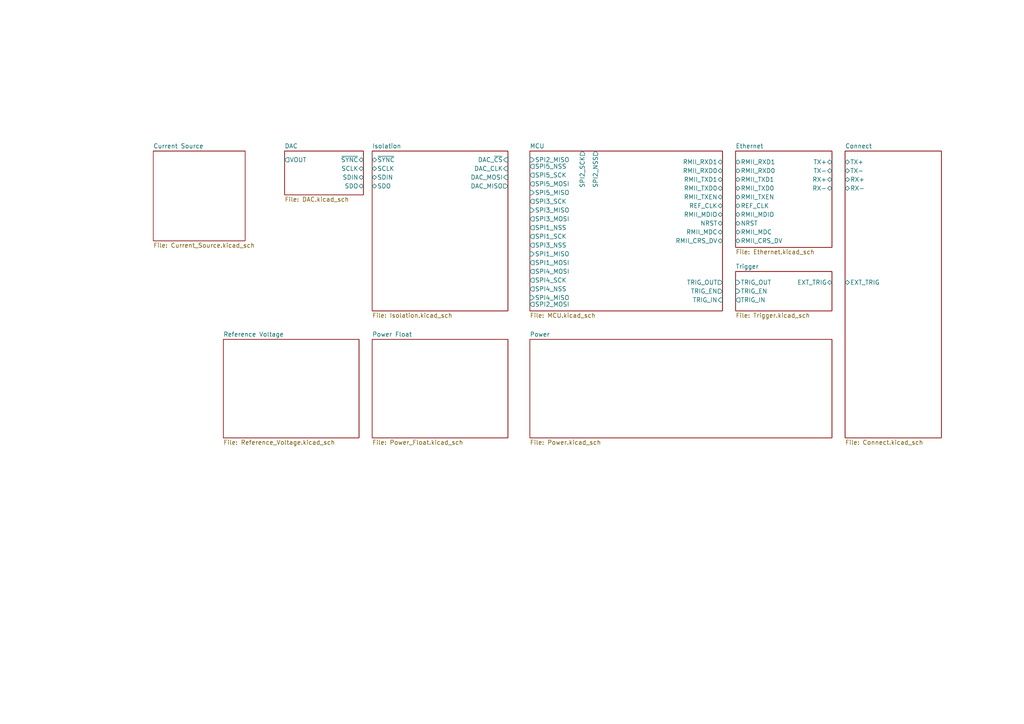
<source format=kicad_sch>
(kicad_sch (version 20230121) (generator eeschema)
  (paper "A4")
  (lib_symbols)
  (sheet (at 213.36 78.74) (size 27.94 11.43) (stroke (width 0.1524))
    (property "Sheetname" "Trigger" (at 213.36 78.0284 0) (effects (justify left bottom)))
    (property "Sheetfile" "Trigger.kicad_sch" (at 213.36 90.7546 0) (effects (justify left top)))
    (pin "TRIG_OUT" input (at 213.36 81.915 180))
    (pin "TRIG_EN" input (at 213.36 84.455 180))
    (pin "TRIG_IN" output (at 213.36 86.995 180))
    (pin "EXT_TRIG" bidirectional (at 241.3 81.915 0))
  )
  (sheet (at 107.95 43.815) (size 39.37 46.355) (stroke (width 0.1524))
    (property "Sheetname" "Isolation" (at 107.95 43.1034 0) (effects (justify left bottom)))
    (property "Sheetfile" "Isolation.kicad_sch" (at 107.95 90.7546 0) (effects (justify left top)))
    (pin "DAC_~{CS}" input (at 147.32 46.355 0))
    (pin "DAC_CLK" input (at 147.32 48.895 0))
    (pin "DAC_MOSI" input (at 147.32 51.435 0))
    (pin "DAC_MISO" output (at 147.32 53.975 0))
    (pin "SCLK" bidirectional (at 107.95 48.895 180))
    (pin "SDIN" bidirectional (at 107.95 51.435 180))
    (pin "SDO" bidirectional (at 107.95 53.975 180))
    (pin "~{SYNC}" bidirectional (at 107.95 46.355 180))
  )
  (sheet (at 44.45 43.815) (size 26.67 26.035) (stroke (width 0.1524))
    (property "Sheetname" "Current Source" (at 44.45 43.1034 0) (effects (justify left bottom)))
    (property "Sheetfile" "Current_Source.kicad_sch" (at 44.45 70.4346 0) (effects (justify left top)))
  )
  (sheet (at 153.67 98.425) (size 87.63 28.575) (stroke (width 0.1524))
    (property "Sheetname" "Power" (at 153.67 97.7134 0) (effects (justify left bottom)))
    (property "Sheetfile" "Power.kicad_sch" (at 153.67 127.5846 0) (effects (justify left top)))
  )
  (sheet (at 64.77 98.425) (size 39.37 28.575) (stroke (width 0.1524))
    (property "Sheetname" "Reference Voltage" (at 64.77 97.7134 0) (effects (justify left bottom)))
    (property "Sheetfile" "Reference_Voltage.kicad_sch" (at 64.77 127.5846 0) (effects (justify left top)))
  )
  (sheet (at 245.11 43.815) (size 27.94 83.185) (stroke (width 0.1524))
    (property "Sheetname" "Connect" (at 245.11 43.1034 0) (effects (justify left bottom)))
    (property "Sheetfile" "Connect.kicad_sch" (at 245.11 127.5846 0) (effects (justify left top)))
    (pin "RX+" bidirectional (at 245.11 52.07 180))
    (pin "TX+" bidirectional (at 245.11 46.99 180))
    (pin "TX-" bidirectional (at 245.11 49.53 180))
    (pin "RX-" bidirectional (at 245.11 54.61 180))
    (pin "EXT_TRIG" bidirectional (at 245.11 81.915 180))
  )
  (sheet (at 107.95 98.425) (size 39.37 28.575) (stroke (width 0.1524))
    (property "Sheetname" "Power Float" (at 107.95 97.7134 0) (effects (justify left bottom)))
    (property "Sheetfile" "Power_Float.kicad_sch" (at 107.95 127.5846 0) (effects (justify left top)))
  )
  (sheet (at 153.67 43.815) (size 55.88 46.355) (stroke (width 0.1524))
    (property "Sheetname" "MCU" (at 153.67 43.1034 0) (effects (justify left bottom)))
    (property "Sheetfile" "MCU.kicad_sch" (at 153.67 90.7546 0) (effects (justify left top)))
    (pin "RMII_MDIO" bidirectional (at 209.55 62.23 0))
    (pin "REF_CLK" bidirectional (at 209.55 59.69 0))
    (pin "SPI5_NSS" output (at 153.67 48.26 180))
    (pin "SPI5_SCK" output (at 153.67 50.8 180))
    (pin "SPI5_MOSI" output (at 153.67 53.34 180))
    (pin "SPI5_MISO" input (at 153.67 55.88 180))
    (pin "SPI3_SCK" output (at 153.67 58.42 180))
    (pin "SPI3_MISO" input (at 153.67 60.96 180))
    (pin "SPI3_MOSI" output (at 153.67 63.5 180))
    (pin "RMII_MDC" bidirectional (at 209.55 67.31 0))
    (pin "SPI1_NSS" output (at 153.67 66.04 180))
    (pin "SPI1_SCK" output (at 153.67 68.58 180))
    (pin "RMII_RXD0" bidirectional (at 209.55 49.53 0))
    (pin "RMII_RXD1" bidirectional (at 209.55 46.99 0))
    (pin "SPI3_NSS" output (at 153.67 71.12 180))
    (pin "RMII_CRS_DV" bidirectional (at 209.55 69.85 0))
    (pin "SPI1_MISO" input (at 153.67 73.66 180))
    (pin "SPI1_MOSI" output (at 153.67 76.2 180))
    (pin "TRIG_EN" output (at 209.55 84.455 0))
    (pin "TRIG_OUT" output (at 209.55 81.915 0))
    (pin "SPI4_MOSI" output (at 153.67 78.74 180))
    (pin "TRIG_IN" input (at 209.55 86.995 0))
    (pin "SPI4_SCK" output (at 153.67 81.28 180))
    (pin "SPI4_NSS" output (at 153.67 83.82 180))
    (pin "SPI4_MISO" input (at 153.67 86.36 180))
    (pin "RMII_TXD0" bidirectional (at 209.55 54.61 0))
    (pin "RMII_TXD1" bidirectional (at 209.55 52.07 0))
    (pin "RMII_TXEN" bidirectional (at 209.55 57.15 0))
    (pin "SPI2_MOSI" output (at 153.67 88.265 180))
    (pin "SPI2_MISO" input (at 153.67 46.355 180))
    (pin "SPI2_SCK" output (at 168.91 43.815 90))
    (pin "SPI2_NSS" output (at 172.72 43.815 90))
    (pin "NRST" bidirectional (at 209.55 64.77 0))
  )
  (sheet (at 213.36 43.815) (size 27.94 27.94) (stroke (width 0.1524))
    (property "Sheetname" "Ethernet" (at 213.36 43.1034 0) (effects (justify left bottom)))
    (property "Sheetfile" "Ethernet.kicad_sch" (at 213.36 72.3396 0) (effects (justify left top)))
    (pin "RMII_RXD1" bidirectional (at 213.36 46.99 180))
    (pin "RMII_RXD0" bidirectional (at 213.36 49.53 180))
    (pin "RMII_TXD1" bidirectional (at 213.36 52.07 180))
    (pin "RMII_TXD0" bidirectional (at 213.36 54.61 180))
    (pin "RMII_TXEN" bidirectional (at 213.36 57.15 180))
    (pin "REF_CLK" bidirectional (at 213.36 59.69 180))
    (pin "RMII_MDIO" bidirectional (at 213.36 62.23 180))
    (pin "NRST" bidirectional (at 213.36 64.77 180))
    (pin "RMII_MDC" bidirectional (at 213.36 67.31 180))
    (pin "RMII_CRS_DV" bidirectional (at 213.36 69.85 180))
    (pin "TX+" bidirectional (at 241.3 46.99 0))
    (pin "TX-" bidirectional (at 241.3 49.53 0))
    (pin "RX+" bidirectional (at 241.3 52.07 0))
    (pin "RX-" bidirectional (at 241.3 54.61 0))
  )
  (sheet (at 82.55 43.815) (size 22.86 12.7) (stroke (width 0.1524))
    (property "Sheetname" "DAC" (at 82.55 43.1034 0) (effects (justify left bottom)))
    (property "Sheetfile" "DAC.kicad_sch" (at 82.55 57.0996 0) (effects (justify left top)))
    (pin "VOUT" output (at 82.55 46.355 180))
    (pin "SDO" bidirectional (at 105.41 53.975 0))
    (pin "~{SYNC}" bidirectional (at 105.41 46.355 0))
    (pin "SCLK" bidirectional (at 105.41 48.895 0))
    (pin "SDIN" bidirectional (at 105.41 51.435 0))
  )
)
</source>
